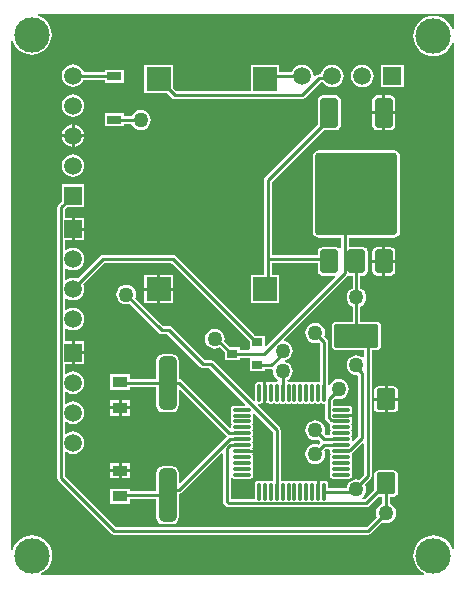
<source format=gtl>
G04*
G04 #@! TF.GenerationSoftware,Altium Limited,Altium Designer,22.7.1 (60)*
G04*
G04 Layer_Physical_Order=1*
G04 Layer_Color=255*
%FSAX44Y44*%
%MOMM*%
G71*
G04*
G04 #@! TF.SameCoordinates,B67A478A-0272-44D9-A9C4-7CC6AF38DCCD*
G04*
G04*
G04 #@! TF.FilePolarity,Positive*
G04*
G01*
G75*
%ADD13C,0.2540*%
%ADD32R,0.9000X0.7000*%
%ADD33R,1.3000X0.9000*%
G04:AMPARAMS|DCode=34|XSize=1.44mm|YSize=0.28mm|CornerRadius=0.035mm|HoleSize=0mm|Usage=FLASHONLY|Rotation=0.000|XOffset=0mm|YOffset=0mm|HoleType=Round|Shape=RoundedRectangle|*
%AMROUNDEDRECTD34*
21,1,1.4400,0.2100,0,0,0.0*
21,1,1.3700,0.2800,0,0,0.0*
1,1,0.0700,0.6850,-0.1050*
1,1,0.0700,-0.6850,-0.1050*
1,1,0.0700,-0.6850,0.1050*
1,1,0.0700,0.6850,0.1050*
%
%ADD34ROUNDEDRECTD34*%
G04:AMPARAMS|DCode=35|XSize=0.28mm|YSize=1.44mm|CornerRadius=0.035mm|HoleSize=0mm|Usage=FLASHONLY|Rotation=0.000|XOffset=0mm|YOffset=0mm|HoleType=Round|Shape=RoundedRectangle|*
%AMROUNDEDRECTD35*
21,1,0.2800,1.3700,0,0,0.0*
21,1,0.2100,1.4400,0,0,0.0*
1,1,0.0700,0.1050,-0.6850*
1,1,0.0700,-0.1050,-0.6850*
1,1,0.0700,-0.1050,0.6850*
1,1,0.0700,0.1050,0.6850*
%
%ADD35ROUNDEDRECTD35*%
G04:AMPARAMS|DCode=36|XSize=1.6mm|YSize=1.8mm|CornerRadius=0.16mm|HoleSize=0mm|Usage=FLASHONLY|Rotation=0.000|XOffset=0mm|YOffset=0mm|HoleType=Round|Shape=RoundedRectangle|*
%AMROUNDEDRECTD36*
21,1,1.6000,1.4800,0,0,0.0*
21,1,1.2800,1.8000,0,0,0.0*
1,1,0.3200,0.6400,-0.7400*
1,1,0.3200,-0.6400,-0.7400*
1,1,0.3200,-0.6400,0.7400*
1,1,0.3200,0.6400,0.7400*
%
%ADD36ROUNDEDRECTD36*%
G04:AMPARAMS|DCode=37|XSize=3.8mm|YSize=2mm|CornerRadius=0.2mm|HoleSize=0mm|Usage=FLASHONLY|Rotation=180.000|XOffset=0mm|YOffset=0mm|HoleType=Round|Shape=RoundedRectangle|*
%AMROUNDEDRECTD37*
21,1,3.8000,1.6000,0,0,180.0*
21,1,3.4000,2.0000,0,0,180.0*
1,1,0.4000,-1.7000,0.8000*
1,1,0.4000,1.7000,0.8000*
1,1,0.4000,1.7000,-0.8000*
1,1,0.4000,-1.7000,-0.8000*
%
%ADD37ROUNDEDRECTD37*%
G04:AMPARAMS|DCode=38|XSize=1.5mm|YSize=2mm|CornerRadius=0.15mm|HoleSize=0mm|Usage=FLASHONLY|Rotation=180.000|XOffset=0mm|YOffset=0mm|HoleType=Round|Shape=RoundedRectangle|*
%AMROUNDEDRECTD38*
21,1,1.5000,1.7000,0,0,180.0*
21,1,1.2000,2.0000,0,0,180.0*
1,1,0.3000,-0.6000,0.8500*
1,1,0.3000,0.6000,0.8500*
1,1,0.3000,0.6000,-0.8500*
1,1,0.3000,-0.6000,-0.8500*
%
%ADD38ROUNDEDRECTD38*%
G04:AMPARAMS|DCode=39|XSize=1.5mm|YSize=2.5mm|CornerRadius=0.15mm|HoleSize=0mm|Usage=FLASHONLY|Rotation=180.000|XOffset=0mm|YOffset=0mm|HoleType=Round|Shape=RoundedRectangle|*
%AMROUNDEDRECTD39*
21,1,1.5000,2.2000,0,0,180.0*
21,1,1.2000,2.5000,0,0,180.0*
1,1,0.3000,-0.6000,1.1000*
1,1,0.3000,0.6000,1.1000*
1,1,0.3000,0.6000,-1.1000*
1,1,0.3000,-0.6000,-1.1000*
%
%ADD39ROUNDEDRECTD39*%
G04:AMPARAMS|DCode=40|XSize=7mm|YSize=7mm|CornerRadius=0.35mm|HoleSize=0mm|Usage=FLASHONLY|Rotation=180.000|XOffset=0mm|YOffset=0mm|HoleType=Round|Shape=RoundedRectangle|*
%AMROUNDEDRECTD40*
21,1,7.0000,6.3000,0,0,180.0*
21,1,6.3000,7.0000,0,0,180.0*
1,1,0.7000,-3.1500,3.1500*
1,1,0.7000,3.1500,3.1500*
1,1,0.7000,3.1500,-3.1500*
1,1,0.7000,-3.1500,-3.1500*
%
%ADD40ROUNDEDRECTD40*%
%ADD41R,2.0000X2.0000*%
%ADD42R,1.2000X0.7000*%
G04:AMPARAMS|DCode=43|XSize=4.5mm|YSize=1.5mm|CornerRadius=0.375mm|HoleSize=0mm|Usage=FLASHONLY|Rotation=90.000|XOffset=0mm|YOffset=0mm|HoleType=Round|Shape=RoundedRectangle|*
%AMROUNDEDRECTD43*
21,1,4.5000,0.7500,0,0,90.0*
21,1,3.7500,1.5000,0,0,90.0*
1,1,0.7500,0.3750,1.8750*
1,1,0.7500,0.3750,-1.8750*
1,1,0.7500,-0.3750,-1.8750*
1,1,0.7500,-0.3750,1.8750*
%
%ADD43ROUNDEDRECTD43*%
%ADD44R,1.5000X1.5000*%
%ADD45C,1.5000*%
%ADD46R,1.5000X1.5000*%
%ADD47C,1.2700*%
%ADD48C,3.0000*%
G36*
X00677451Y01214924D02*
X00676181Y01214736D01*
X00675944Y01215518D01*
X00674365Y01218471D01*
X00672241Y01221059D01*
X00669652Y01223184D01*
X00666699Y01224762D01*
X00663495Y01225734D01*
X00660162Y01226063D01*
X00656829Y01225734D01*
X00653625Y01224762D01*
X00650672Y01223184D01*
X00648083Y01221059D01*
X00645959Y01218471D01*
X00644380Y01215518D01*
X00643408Y01212313D01*
X00643080Y01208980D01*
X00643408Y01205648D01*
X00644380Y01202443D01*
X00645959Y01199490D01*
X00648083Y01196901D01*
X00650672Y01194777D01*
X00653625Y01193199D01*
X00656829Y01192226D01*
X00660162Y01191898D01*
X00663495Y01192226D01*
X00666699Y01193199D01*
X00669652Y01194777D01*
X00672241Y01196901D01*
X00674365Y01199490D01*
X00675944Y01202443D01*
X00676181Y01203225D01*
X00677451Y01203037D01*
Y00774924D01*
X00676181Y00774736D01*
X00675944Y00775518D01*
X00674365Y00778471D01*
X00672241Y00781059D01*
X00669652Y00783184D01*
X00666699Y00784762D01*
X00663495Y00785734D01*
X00660162Y00786063D01*
X00656829Y00785734D01*
X00653625Y00784762D01*
X00650672Y00783184D01*
X00648083Y00781059D01*
X00645959Y00778471D01*
X00644380Y00775518D01*
X00643408Y00772313D01*
X00643080Y00768980D01*
X00643408Y00765648D01*
X00644380Y00762443D01*
X00645959Y00759490D01*
X00648083Y00756902D01*
X00650672Y00754777D01*
X00652465Y00753819D01*
X00652146Y00752549D01*
X00328178D01*
X00327859Y00753819D01*
X00329652Y00754777D01*
X00332241Y00756902D01*
X00334365Y00759490D01*
X00335944Y00762443D01*
X00336916Y00765648D01*
X00337244Y00768980D01*
X00336916Y00772313D01*
X00335944Y00775518D01*
X00334365Y00778471D01*
X00332241Y00781059D01*
X00329652Y00783184D01*
X00326699Y00784762D01*
X00323495Y00785734D01*
X00320162Y00786063D01*
X00316829Y00785734D01*
X00313625Y00784762D01*
X00310672Y00783184D01*
X00308083Y00781059D01*
X00305959Y00778471D01*
X00304380Y00775518D01*
X00303819Y00773668D01*
X00302549Y00773856D01*
Y01204591D01*
X00303819Y01204779D01*
X00304218Y01203463D01*
X00305797Y01200510D01*
X00307921Y01197921D01*
X00310510Y01195797D01*
X00313463Y01194218D01*
X00316667Y01193246D01*
X00320000Y01192918D01*
X00323333Y01193246D01*
X00326537Y01194218D01*
X00329490Y01195797D01*
X00332079Y01197921D01*
X00334203Y01200510D01*
X00335782Y01203463D01*
X00336754Y01206667D01*
X00337082Y01210000D01*
X00336754Y01213333D01*
X00335782Y01216537D01*
X00334203Y01219490D01*
X00332079Y01222079D01*
X00329490Y01224203D01*
X00326537Y01225782D01*
X00325221Y01226181D01*
X00325409Y01227451D01*
X00677451D01*
Y01214924D01*
D02*
G37*
%LPC*%
G36*
X00574600Y01184582D02*
X00572120Y01184256D01*
X00569809Y01183298D01*
X00567825Y01181776D01*
X00566302Y01179791D01*
X00565345Y01177480D01*
X00565206Y01176429D01*
X00563290D01*
X00562014Y01176176D01*
X00560933Y01175453D01*
X00559919Y01174439D01*
X00559142Y01174822D01*
X00558770Y01175087D01*
X00558455Y01177480D01*
X00557498Y01179791D01*
X00555975Y01181776D01*
X00553991Y01183298D01*
X00551680Y01184256D01*
X00549200Y01184582D01*
X00546720Y01184256D01*
X00544409Y01183298D01*
X00542425Y01181776D01*
X00540902Y01179791D01*
X00540298Y01178334D01*
X00529545D01*
Y01184470D01*
X00505545D01*
Y01161994D01*
X00442566D01*
X00439375Y01165185D01*
Y01184470D01*
X00415375D01*
Y01160470D01*
X00434660D01*
X00438827Y01156302D01*
X00439909Y01155580D01*
X00441185Y01155326D01*
X00548855D01*
X00550131Y01155580D01*
X00551212Y01156302D01*
X00564671Y01169761D01*
X00566646D01*
X00567825Y01168225D01*
X00569809Y01166702D01*
X00572120Y01165745D01*
X00574600Y01165418D01*
X00577080Y01165745D01*
X00579391Y01166702D01*
X00581375Y01168225D01*
X00582898Y01170209D01*
X00583855Y01172520D01*
X00584182Y01175000D01*
X00583855Y01177480D01*
X00582898Y01179791D01*
X00581375Y01181776D01*
X00579391Y01183298D01*
X00577080Y01184256D01*
X00574600Y01184582D01*
D02*
G37*
G36*
X00355000Y01184982D02*
X00352520Y01184656D01*
X00350209Y01183698D01*
X00348225Y01182176D01*
X00346702Y01180191D01*
X00345745Y01177880D01*
X00345418Y01175400D01*
X00345745Y01172920D01*
X00346702Y01170609D01*
X00348225Y01168625D01*
X00350209Y01167102D01*
X00352520Y01166145D01*
X00355000Y01165818D01*
X00357480Y01166145D01*
X00359791Y01167102D01*
X00361776Y01168625D01*
X00363298Y01170609D01*
X00363819Y01171866D01*
X00382000D01*
Y01169500D01*
X00398000D01*
Y01180500D01*
X00382000D01*
Y01178534D01*
X00363984D01*
X00363298Y01180191D01*
X00361776Y01182176D01*
X00359791Y01183698D01*
X00357480Y01184656D01*
X00355000Y01184982D01*
D02*
G37*
G36*
X00634900Y01184500D02*
X00615900D01*
Y01165500D01*
X00634900D01*
Y01184500D01*
D02*
G37*
G36*
X00600000Y01184582D02*
X00597520Y01184256D01*
X00595209Y01183298D01*
X00593224Y01181776D01*
X00591702Y01179791D01*
X00590745Y01177480D01*
X00590418Y01175000D01*
X00590745Y01172520D01*
X00591702Y01170209D01*
X00593224Y01168225D01*
X00595209Y01166702D01*
X00597520Y01165745D01*
X00600000Y01165418D01*
X00602480Y01165745D01*
X00604791Y01166702D01*
X00606775Y01168225D01*
X00608298Y01170209D01*
X00609255Y01172520D01*
X00609582Y01175000D01*
X00609255Y01177480D01*
X00608298Y01179791D01*
X00606775Y01181776D01*
X00604791Y01183298D01*
X00602480Y01184256D01*
X00600000Y01184582D01*
D02*
G37*
G36*
X00624000Y01158569D02*
X00619270D01*
Y01145270D01*
X00627569D01*
Y01155000D01*
X00627297Y01156366D01*
X00626523Y01157523D01*
X00625366Y01158297D01*
X00624000Y01158569D01*
D02*
G37*
G36*
X00616730D02*
X00612000D01*
X00610634Y01158297D01*
X00609477Y01157523D01*
X00608703Y01156366D01*
X00608431Y01155000D01*
Y01145270D01*
X00616730D01*
Y01158569D01*
D02*
G37*
G36*
X00412250Y01146172D02*
X00410070Y01145885D01*
X00408039Y01145044D01*
X00406295Y01143705D01*
X00404956Y01141961D01*
X00404697Y01141334D01*
X00398000D01*
Y01143500D01*
X00382000D01*
Y01132500D01*
X00398000D01*
Y01134666D01*
X00404490D01*
X00404956Y01133539D01*
X00406295Y01131795D01*
X00408039Y01130456D01*
X00410070Y01129615D01*
X00412250Y01129328D01*
X00414430Y01129615D01*
X00416461Y01130456D01*
X00418205Y01131795D01*
X00419544Y01133539D01*
X00420385Y01135570D01*
X00420672Y01137750D01*
X00420385Y01139930D01*
X00419544Y01141961D01*
X00418205Y01143705D01*
X00416461Y01145044D01*
X00414430Y01145885D01*
X00412250Y01146172D01*
D02*
G37*
G36*
X00355000Y01159582D02*
X00352520Y01159256D01*
X00350209Y01158298D01*
X00348225Y01156776D01*
X00346702Y01154791D01*
X00345745Y01152480D01*
X00345418Y01150000D01*
X00345745Y01147520D01*
X00346702Y01145209D01*
X00348225Y01143225D01*
X00350209Y01141702D01*
X00352520Y01140745D01*
X00355000Y01140418D01*
X00357480Y01140745D01*
X00359791Y01141702D01*
X00361776Y01143225D01*
X00363298Y01145209D01*
X00364255Y01147520D01*
X00364582Y01150000D01*
X00364255Y01152480D01*
X00363298Y01154791D01*
X00361776Y01156776D01*
X00359791Y01158298D01*
X00357480Y01159256D01*
X00355000Y01159582D01*
D02*
G37*
G36*
X00627569Y01142730D02*
X00619270D01*
Y01129431D01*
X00624000D01*
X00625366Y01129703D01*
X00626523Y01130477D01*
X00627297Y01131634D01*
X00627569Y01133000D01*
Y01142730D01*
D02*
G37*
G36*
X00616730D02*
X00608431D01*
Y01133000D01*
X00608703Y01131634D01*
X00609477Y01130477D01*
X00610634Y01129703D01*
X00612000Y01129431D01*
X00616730D01*
Y01142730D01*
D02*
G37*
G36*
X00356270Y01134015D02*
Y01125870D01*
X00364415D01*
X00364255Y01127080D01*
X00363298Y01129391D01*
X00361776Y01131376D01*
X00359791Y01132898D01*
X00357480Y01133856D01*
X00356270Y01134015D01*
D02*
G37*
G36*
X00353730Y01134015D02*
X00352520Y01133856D01*
X00350209Y01132898D01*
X00348225Y01131376D01*
X00346702Y01129391D01*
X00345745Y01127080D01*
X00345585Y01125870D01*
X00353730D01*
Y01134015D01*
D02*
G37*
G36*
X00364415Y01123330D02*
X00356270D01*
Y01115185D01*
X00357480Y01115345D01*
X00359791Y01116302D01*
X00361776Y01117825D01*
X00363298Y01119809D01*
X00364255Y01122120D01*
X00364415Y01123330D01*
D02*
G37*
G36*
X00353730D02*
X00345585D01*
X00345745Y01122120D01*
X00346702Y01119809D01*
X00348225Y01117825D01*
X00350209Y01116302D01*
X00352520Y01115345D01*
X00353730Y01115185D01*
Y01123330D01*
D02*
G37*
G36*
X00355000Y01108782D02*
X00352520Y01108456D01*
X00350209Y01107498D01*
X00348225Y01105975D01*
X00346702Y01103991D01*
X00345745Y01101680D01*
X00345418Y01099200D01*
X00345745Y01096720D01*
X00346702Y01094409D01*
X00348225Y01092425D01*
X00350209Y01090902D01*
X00352520Y01089945D01*
X00355000Y01089618D01*
X00357480Y01089945D01*
X00359791Y01090902D01*
X00361776Y01092425D01*
X00363298Y01094409D01*
X00364255Y01096720D01*
X00364582Y01099200D01*
X00364255Y01101680D01*
X00363298Y01103991D01*
X00361776Y01105975D01*
X00359791Y01107498D01*
X00357480Y01108456D01*
X00355000Y01108782D01*
D02*
G37*
G36*
X00364500Y01054900D02*
X00356270D01*
Y01046670D01*
X00364500D01*
Y01054900D01*
D02*
G37*
G36*
Y01044130D02*
X00356270D01*
Y01035900D01*
X00364500D01*
Y01044130D01*
D02*
G37*
G36*
X00624000Y01030069D02*
X00619270D01*
Y01019270D01*
X00627569D01*
Y01026500D01*
X00627297Y01027866D01*
X00626523Y01029023D01*
X00625366Y01029797D01*
X00624000Y01030069D01*
D02*
G37*
G36*
X00616730D02*
X00612000D01*
X00610634Y01029797D01*
X00609477Y01029023D01*
X00608703Y01027866D01*
X00608431Y01026500D01*
Y01019270D01*
X00616730D01*
Y01030069D01*
D02*
G37*
G36*
X00627569Y01016730D02*
X00619270D01*
Y01005931D01*
X00624000D01*
X00625366Y01006203D01*
X00626523Y01006977D01*
X00627297Y01008134D01*
X00627569Y01009500D01*
Y01016730D01*
D02*
G37*
G36*
X00616730D02*
X00608431D01*
Y01009500D01*
X00608703Y01008134D01*
X00609477Y01006977D01*
X00610634Y01006203D01*
X00612000Y01005931D01*
X00616730D01*
Y01016730D01*
D02*
G37*
G36*
X00578000Y01158569D02*
X00566000D01*
X00564634Y01158297D01*
X00563477Y01157523D01*
X00562703Y01156366D01*
X00562431Y01155000D01*
Y01134146D01*
X00517643Y01089358D01*
X00516920Y01088276D01*
X00516666Y01087000D01*
Y01020000D01*
Y01006670D01*
X00505545D01*
Y00982670D01*
X00529545D01*
Y01006670D01*
X00523334D01*
Y01016666D01*
X00562431D01*
Y01009500D01*
X00562703Y01008134D01*
X00563477Y01006977D01*
X00564634Y01006203D01*
X00566000Y01005931D01*
X00576516D01*
X00577042Y01004661D01*
X00518673Y00946292D01*
X00517500Y00946778D01*
Y00955000D01*
X00509215D01*
X00441857Y01022357D01*
X00440776Y01023080D01*
X00439500Y01023334D01*
X00380400D01*
X00379124Y01023080D01*
X00378042Y01022357D01*
X00358937Y01003252D01*
X00357480Y01003855D01*
X00355000Y01004182D01*
X00352520Y01003855D01*
X00350209Y01002898D01*
X00349453Y01002318D01*
X00348314Y01002880D01*
Y01011720D01*
X00349453Y01012282D01*
X00350209Y01011702D01*
X00352520Y01010744D01*
X00355000Y01010418D01*
X00357480Y01010744D01*
X00359791Y01011702D01*
X00361776Y01013224D01*
X00363298Y01015209D01*
X00364255Y01017520D01*
X00364582Y01020000D01*
X00364255Y01022480D01*
X00363298Y01024791D01*
X00361776Y01026775D01*
X00359791Y01028298D01*
X00357480Y01029255D01*
X00355000Y01029582D01*
X00352520Y01029255D01*
X00350209Y01028298D01*
X00349453Y01027718D01*
X00348314Y01028280D01*
Y01035900D01*
X00353730D01*
Y01045400D01*
Y01054900D01*
X00348314D01*
Y01062399D01*
X00350215Y01064300D01*
X00364500D01*
Y01083300D01*
X00345500D01*
Y01069015D01*
X00342622Y01066137D01*
X00341900Y01065056D01*
X00341646Y01063780D01*
Y00835020D01*
X00341900Y00833744D01*
X00342622Y00832663D01*
X00387643Y00787643D01*
X00388724Y00786920D01*
X00390000Y00786666D01*
X00605000D01*
X00606276Y00786920D01*
X00607357Y00787643D01*
X00616943Y00797228D01*
X00617820Y00796865D01*
X00620000Y00796578D01*
X00622180Y00796865D01*
X00624211Y00797706D01*
X00625955Y00799045D01*
X00627294Y00800789D01*
X00628135Y00802820D01*
X00628422Y00805000D01*
X00628135Y00807180D01*
X00627294Y00809211D01*
X00625955Y00810955D01*
X00624211Y00812294D01*
X00623334Y00812657D01*
Y00818930D01*
X00626400D01*
X00627805Y00819209D01*
X00628995Y00820005D01*
X00629791Y00821195D01*
X00630070Y00822600D01*
Y00837400D01*
X00629791Y00838805D01*
X00628995Y00839995D01*
X00627805Y00840791D01*
X00626400Y00841070D01*
X00613600D01*
X00612195Y00840791D01*
X00611005Y00839995D01*
X00610209Y00838805D01*
X00609930Y00837400D01*
Y00824644D01*
X00602037Y00816752D01*
X00600053D01*
X00599622Y00818022D01*
X00600955Y00819045D01*
X00602294Y00820789D01*
X00603135Y00822820D01*
X00603422Y00825000D01*
X00603135Y00827180D01*
X00602313Y00829165D01*
X00606753Y00833605D01*
X00607475Y00834687D01*
X00607729Y00835963D01*
Y00942922D01*
X00612000D01*
X00613561Y00943232D01*
X00614884Y00944116D01*
X00615768Y00945439D01*
X00616078Y00947000D01*
Y00963000D01*
X00615768Y00964561D01*
X00614884Y00965884D01*
X00613561Y00966768D01*
X00612000Y00967078D01*
X00598334D01*
Y00979843D01*
X00599211Y00980206D01*
X00600955Y00981545D01*
X00602294Y00983289D01*
X00603135Y00985320D01*
X00603422Y00987500D01*
X00603135Y00989680D01*
X00602294Y00991711D01*
X00600955Y00993455D01*
X00599211Y00994794D01*
X00598334Y00995157D01*
Y01005931D01*
X00601000D01*
X00602366Y01006203D01*
X00603523Y01006977D01*
X00604297Y01008134D01*
X00604569Y01009500D01*
Y01026500D01*
X00604297Y01027866D01*
X00603523Y01029023D01*
X00602366Y01029797D01*
X00601000Y01030069D01*
X00589000D01*
X00588334Y01030615D01*
Y01037892D01*
X00626500D01*
X00628646Y01038319D01*
X00630465Y01039535D01*
X00631681Y01041354D01*
X00632108Y01043500D01*
Y01106500D01*
X00631681Y01108646D01*
X00630465Y01110465D01*
X00628646Y01111681D01*
X00626500Y01112108D01*
X00563500D01*
X00561354Y01111681D01*
X00559535Y01110465D01*
X00558319Y01108646D01*
X00557892Y01106500D01*
Y01043500D01*
X00558319Y01041354D01*
X00559535Y01039535D01*
X00561354Y01038319D01*
X00563500Y01037892D01*
X00581666D01*
Y01029599D01*
X00580983Y01029255D01*
X00580396Y01029109D01*
X00579366Y01029797D01*
X00578000Y01030069D01*
X00566000D01*
X00564634Y01029797D01*
X00563477Y01029023D01*
X00562703Y01027866D01*
X00562431Y01026500D01*
Y01023334D01*
X00523334D01*
Y01085619D01*
X00567146Y01129431D01*
X00578000D01*
X00579366Y01129703D01*
X00580523Y01130477D01*
X00581297Y01131634D01*
X00581569Y01133000D01*
Y01155000D01*
X00581297Y01156366D01*
X00580523Y01157523D01*
X00579366Y01158297D01*
X00578000Y01158569D01*
D02*
G37*
G36*
X00626400Y00912320D02*
X00621270D01*
Y00902520D01*
X00630070D01*
Y00908650D01*
X00629791Y00910055D01*
X00628995Y00911245D01*
X00627805Y00912041D01*
X00626400Y00912320D01*
D02*
G37*
G36*
X00618730D02*
X00613600D01*
X00612195Y00912041D01*
X00611005Y00911245D01*
X00610209Y00910055D01*
X00609930Y00908650D01*
Y00902520D01*
X00618730D01*
Y00912320D01*
D02*
G37*
G36*
X00630070Y00899980D02*
X00621270D01*
Y00890180D01*
X00626400D01*
X00627805Y00890459D01*
X00628995Y00891255D01*
X00629791Y00892445D01*
X00630070Y00893850D01*
Y00899980D01*
D02*
G37*
G36*
X00618730D02*
X00609930D01*
Y00893850D01*
X00610209Y00892445D01*
X00611005Y00891255D01*
X00612195Y00890459D01*
X00613600Y00890180D01*
X00618730D01*
Y00899980D01*
D02*
G37*
%LPD*%
G36*
X00504500Y00950285D02*
Y00944000D01*
X00503506Y00943334D01*
X00496500D01*
Y00945500D01*
X00488215D01*
X00483165Y00950550D01*
X00483422Y00952500D01*
X00483135Y00954680D01*
X00482294Y00956711D01*
X00480955Y00958455D01*
X00479211Y00959794D01*
X00477180Y00960635D01*
X00475000Y00960922D01*
X00472820Y00960635D01*
X00470789Y00959794D01*
X00469045Y00958455D01*
X00467706Y00956711D01*
X00466865Y00954680D01*
X00466578Y00952500D01*
X00466865Y00950320D01*
X00467706Y00948289D01*
X00469045Y00946545D01*
X00470789Y00945206D01*
X00472820Y00944365D01*
X00475000Y00944078D01*
X00477180Y00944365D01*
X00479117Y00945167D01*
X00483500Y00940785D01*
Y00934500D01*
X00496500D01*
Y00936666D01*
X00503506D01*
X00504500Y00936000D01*
Y00925000D01*
X00517500D01*
Y00926916D01*
X00522999D01*
X00523076Y00926931D01*
X00524216Y00925863D01*
X00524100Y00924978D01*
X00524387Y00922798D01*
X00525228Y00920767D01*
X00526567Y00919023D01*
X00528311Y00917684D01*
X00528465Y00917621D01*
X00528496Y00917366D01*
X00527373Y00916096D01*
X00526450D01*
X00525533Y00915914D01*
X00525000Y00915557D01*
X00524467Y00915914D01*
X00523550Y00916096D01*
X00521450D01*
X00520533Y00915914D01*
X00520000Y00915557D01*
X00519467Y00915914D01*
X00518770Y00916052D01*
Y00906850D01*
Y00897648D01*
X00519467Y00897786D01*
X00520000Y00898143D01*
X00520533Y00897786D01*
X00521450Y00897604D01*
X00523550D01*
X00524467Y00897786D01*
X00525000Y00898142D01*
X00525533Y00897786D01*
X00526450Y00897604D01*
X00528550D01*
X00529467Y00897786D01*
X00530000Y00898142D01*
X00530533Y00897786D01*
X00531450Y00897604D01*
X00533550D01*
X00534467Y00897786D01*
X00535000Y00898143D01*
X00535533Y00897786D01*
X00536450Y00897604D01*
X00538550D01*
X00539467Y00897786D01*
X00540000Y00898142D01*
X00540533Y00897786D01*
X00541450Y00897604D01*
X00543550D01*
X00544467Y00897786D01*
X00545000Y00898143D01*
X00545533Y00897786D01*
X00546450Y00897604D01*
X00548550D01*
X00549467Y00897786D01*
X00550000Y00898142D01*
X00550533Y00897786D01*
X00551450Y00897604D01*
X00553550D01*
X00554467Y00897786D01*
X00555000Y00898142D01*
X00555533Y00897786D01*
X00556450Y00897604D01*
X00558550D01*
X00559467Y00897786D01*
X00560000Y00898143D01*
X00560533Y00897786D01*
X00561450Y00897604D01*
X00563550D01*
X00564467Y00897786D01*
X00565000Y00898142D01*
X00565533Y00897786D01*
X00566450Y00897604D01*
X00568086D01*
Y00885971D01*
X00568340Y00884695D01*
X00569062Y00883614D01*
X00571454Y00881223D01*
X00572535Y00880500D01*
X00572737Y00879218D01*
X00572604Y00878550D01*
Y00876450D01*
X00572786Y00875533D01*
X00573143Y00875000D01*
X00572786Y00874467D01*
X00572604Y00873550D01*
Y00871450D01*
X00572098Y00870834D01*
X00568881D01*
X00567772Y00871943D01*
X00568135Y00872820D01*
X00568422Y00875000D01*
X00568135Y00877180D01*
X00567294Y00879211D01*
X00565955Y00880955D01*
X00564211Y00882294D01*
X00562180Y00883135D01*
X00560000Y00883422D01*
X00557820Y00883135D01*
X00555789Y00882294D01*
X00554045Y00880955D01*
X00552706Y00879211D01*
X00551865Y00877180D01*
X00551578Y00875000D01*
X00551865Y00872820D01*
X00552706Y00870789D01*
X00554045Y00869045D01*
X00555789Y00867706D01*
X00557820Y00866865D01*
X00560000Y00866578D01*
X00562180Y00866865D01*
X00563057Y00867228D01*
X00564411Y00865874D01*
X00564446Y00865825D01*
Y00864175D01*
X00564411Y00864126D01*
X00563057Y00862772D01*
X00562180Y00863135D01*
X00560000Y00863422D01*
X00557820Y00863135D01*
X00555789Y00862294D01*
X00554045Y00860955D01*
X00552706Y00859211D01*
X00551865Y00857180D01*
X00551578Y00855000D01*
X00551865Y00852820D01*
X00552706Y00850789D01*
X00554045Y00849045D01*
X00555789Y00847706D01*
X00557820Y00846865D01*
X00560000Y00846578D01*
X00562180Y00846865D01*
X00564211Y00847706D01*
X00565955Y00849045D01*
X00567294Y00850789D01*
X00568135Y00852820D01*
X00568422Y00855000D01*
X00568135Y00857180D01*
X00567772Y00858057D01*
X00568881Y00859166D01*
X00572098D01*
X00572604Y00858550D01*
Y00856450D01*
X00572786Y00855533D01*
X00573143Y00855000D01*
X00572786Y00854467D01*
X00572604Y00853550D01*
Y00851450D01*
X00572786Y00850533D01*
X00573143Y00850000D01*
X00572786Y00849467D01*
X00572604Y00848550D01*
Y00846450D01*
X00572786Y00845533D01*
X00573143Y00845000D01*
X00572786Y00844467D01*
X00572604Y00843550D01*
Y00841450D01*
X00572786Y00840533D01*
X00573143Y00840000D01*
X00572786Y00839467D01*
X00572604Y00838550D01*
Y00836450D01*
X00572786Y00835533D01*
X00573306Y00834756D01*
X00574083Y00834236D01*
X00575000Y00834054D01*
X00588700D01*
X00589617Y00834236D01*
X00590394Y00834756D01*
X00590914Y00835533D01*
X00591096Y00836450D01*
Y00838550D01*
X00590914Y00839467D01*
X00590558Y00840000D01*
X00590914Y00840533D01*
X00591096Y00841450D01*
Y00843550D01*
X00590914Y00844467D01*
X00590558Y00845000D01*
X00590914Y00845533D01*
X00591096Y00846450D01*
Y00848550D01*
X00590914Y00849467D01*
X00590558Y00850000D01*
X00590914Y00850533D01*
X00591096Y00851450D01*
Y00853550D01*
X00590963Y00854218D01*
X00591165Y00855500D01*
X00592246Y00856223D01*
X00599888Y00863864D01*
X00601061Y00863378D01*
Y00837344D01*
X00596890Y00833173D01*
X00595000Y00833422D01*
X00592820Y00833135D01*
X00590789Y00832294D01*
X00589045Y00830955D01*
X00587706Y00829211D01*
X00586865Y00827180D01*
X00586773Y00826484D01*
X00570946D01*
Y00830000D01*
X00570764Y00830917D01*
X00570244Y00831694D01*
X00569467Y00832214D01*
X00568550Y00832396D01*
X00566450D01*
X00565533Y00832214D01*
X00565000Y00831858D01*
X00564467Y00832214D01*
X00563770Y00832352D01*
Y00823150D01*
X00561230D01*
Y00832352D01*
X00560533Y00832214D01*
X00560000Y00831857D01*
X00559467Y00832214D01*
X00558550Y00832396D01*
X00556450D01*
X00555533Y00832214D01*
X00555000Y00831858D01*
X00554467Y00832214D01*
X00553550Y00832396D01*
X00551450D01*
X00550533Y00832214D01*
X00550000Y00831858D01*
X00549467Y00832214D01*
X00548550Y00832396D01*
X00546450D01*
X00545533Y00832214D01*
X00545000Y00831857D01*
X00544467Y00832214D01*
X00543550Y00832396D01*
X00541450D01*
X00540533Y00832214D01*
X00540000Y00831858D01*
X00539467Y00832214D01*
X00538550Y00832396D01*
X00536450D01*
X00535533Y00832214D01*
X00535000Y00831857D01*
X00534467Y00832214D01*
X00533550Y00832396D01*
X00531450D01*
X00530834Y00832902D01*
Y00875109D01*
X00530580Y00876385D01*
X00529857Y00877466D01*
X00510907Y00896417D01*
X00511382Y00897455D01*
X00511516Y00897604D01*
X00513550D01*
X00514467Y00897786D01*
X00515000Y00898142D01*
X00515533Y00897786D01*
X00516230Y00897648D01*
Y00906850D01*
Y00916052D01*
X00515533Y00915914D01*
X00515000Y00915557D01*
X00514467Y00915914D01*
X00513550Y00916096D01*
X00511450D01*
X00510533Y00915914D01*
X00509756Y00915394D01*
X00509236Y00914617D01*
X00509054Y00913700D01*
Y00900066D01*
X00508905Y00899932D01*
X00507867Y00899457D01*
X00473836Y00933487D01*
X00472755Y00934210D01*
X00471479Y00934464D01*
X00466618D01*
X00438725Y00962357D01*
X00437643Y00963080D01*
X00436367Y00963334D01*
X00431381D01*
X00407772Y00986943D01*
X00408135Y00987820D01*
X00408422Y00990000D01*
X00408135Y00992180D01*
X00407294Y00994211D01*
X00405955Y00995955D01*
X00404211Y00997294D01*
X00402180Y00998135D01*
X00400000Y00998422D01*
X00397820Y00998135D01*
X00395789Y00997294D01*
X00394045Y00995955D01*
X00392706Y00994211D01*
X00391865Y00992180D01*
X00391578Y00990000D01*
X00391865Y00987820D01*
X00392706Y00985789D01*
X00394045Y00984045D01*
X00395789Y00982706D01*
X00397820Y00981865D01*
X00400000Y00981578D01*
X00402180Y00981865D01*
X00403057Y00982228D01*
X00427642Y00957643D01*
X00428724Y00956920D01*
X00430000Y00956666D01*
X00434986D01*
X00462880Y00928773D01*
X00463961Y00928050D01*
X00465237Y00927796D01*
X00470098D01*
X00500774Y00897119D01*
X00500288Y00895946D01*
X00491300D01*
X00490383Y00895764D01*
X00489606Y00895244D01*
X00489086Y00894467D01*
X00488904Y00893550D01*
Y00891450D01*
X00489086Y00890533D01*
X00489442Y00890000D01*
X00489086Y00889467D01*
X00488904Y00888550D01*
Y00886450D01*
X00489086Y00885533D01*
X00489443Y00885000D01*
X00489086Y00884467D01*
X00488904Y00883550D01*
Y00881450D01*
X00489086Y00880533D01*
X00489442Y00880000D01*
X00489086Y00879467D01*
X00488904Y00878550D01*
Y00877607D01*
X00487634Y00877081D01*
X00447357Y00917357D01*
X00446276Y00918080D01*
X00445000Y00918334D01*
X00444613D01*
Y00933750D01*
X00444166Y00935993D01*
X00442896Y00937896D01*
X00440993Y00939166D01*
X00438750Y00939613D01*
X00431250D01*
X00429007Y00939166D01*
X00427104Y00937896D01*
X00425834Y00935993D01*
X00425387Y00933750D01*
Y00918334D01*
X00403500D01*
Y00922500D01*
X00386500D01*
Y00909500D01*
X00403500D01*
Y00911666D01*
X00425387D01*
Y00896250D01*
X00425834Y00894007D01*
X00427104Y00892104D01*
X00429007Y00890834D01*
X00431250Y00890387D01*
X00438750D01*
X00440993Y00890834D01*
X00442896Y00892104D01*
X00444166Y00894007D01*
X00444613Y00896250D01*
Y00909013D01*
X00445786Y00909499D01*
X00484411Y00870874D01*
X00484942Y00870136D01*
X00484423Y00869139D01*
X00445786Y00830501D01*
X00444613Y00830987D01*
Y00838750D01*
X00444166Y00840993D01*
X00442896Y00842896D01*
X00440993Y00844166D01*
X00438750Y00844613D01*
X00431250D01*
X00429007Y00844166D01*
X00427104Y00842896D01*
X00425834Y00840993D01*
X00425387Y00838750D01*
Y00823334D01*
X00403500D01*
Y00825500D01*
X00386500D01*
Y00812500D01*
X00403500D01*
Y00816666D01*
X00425387D01*
Y00801250D01*
X00425834Y00799007D01*
X00427104Y00797104D01*
X00429007Y00795834D01*
X00431250Y00795387D01*
X00438750D01*
X00440993Y00795834D01*
X00442896Y00797104D01*
X00444166Y00799007D01*
X00444613Y00801250D01*
Y00821488D01*
X00444822D01*
X00446098Y00821742D01*
X00447180Y00822465D01*
X00480493Y00855778D01*
X00481666Y00855292D01*
Y00814905D01*
X00481920Y00813630D01*
X00482643Y00812548D01*
X00484130Y00811060D01*
X00485212Y00810337D01*
X00486488Y00810083D01*
X00603418D01*
X00604693Y00810337D01*
X00605775Y00811060D01*
X00613644Y00818930D01*
X00616666D01*
Y00812657D01*
X00615789Y00812294D01*
X00614045Y00810955D01*
X00612706Y00809211D01*
X00611865Y00807180D01*
X00611578Y00805000D01*
X00611865Y00802820D01*
X00612228Y00801943D01*
X00603619Y00793334D01*
X00391381D01*
X00348314Y00836401D01*
Y00856320D01*
X00349453Y00856882D01*
X00350209Y00856302D01*
X00352520Y00855344D01*
X00355000Y00855018D01*
X00357480Y00855344D01*
X00359791Y00856302D01*
X00361776Y00857824D01*
X00363298Y00859809D01*
X00364255Y00862120D01*
X00364582Y00864600D01*
X00364255Y00867080D01*
X00363298Y00869391D01*
X00361776Y00871375D01*
X00359791Y00872898D01*
X00357480Y00873856D01*
X00355000Y00874182D01*
X00352520Y00873856D01*
X00350209Y00872898D01*
X00349453Y00872318D01*
X00348314Y00872880D01*
Y00881720D01*
X00349453Y00882282D01*
X00350209Y00881702D01*
X00352520Y00880744D01*
X00355000Y00880418D01*
X00357480Y00880744D01*
X00359791Y00881702D01*
X00361776Y00883224D01*
X00363298Y00885209D01*
X00364255Y00887520D01*
X00364582Y00890000D01*
X00364255Y00892480D01*
X00363298Y00894791D01*
X00361776Y00896775D01*
X00359791Y00898298D01*
X00357480Y00899256D01*
X00355000Y00899582D01*
X00352520Y00899256D01*
X00350209Y00898298D01*
X00349453Y00897718D01*
X00348314Y00898280D01*
Y00907120D01*
X00349453Y00907682D01*
X00350209Y00907102D01*
X00352520Y00906144D01*
X00355000Y00905818D01*
X00357480Y00906144D01*
X00359791Y00907102D01*
X00361776Y00908624D01*
X00363298Y00910609D01*
X00364255Y00912920D01*
X00364582Y00915400D01*
X00364255Y00917880D01*
X00363298Y00920191D01*
X00361776Y00922175D01*
X00359791Y00923698D01*
X00357480Y00924656D01*
X00355000Y00924982D01*
X00352520Y00924656D01*
X00350209Y00923698D01*
X00349453Y00923118D01*
X00348314Y00923680D01*
Y00931300D01*
X00353730D01*
Y00940800D01*
Y00950300D01*
X00348314D01*
Y00960920D01*
X00349453Y00961482D01*
X00350209Y00960902D01*
X00352520Y00959945D01*
X00355000Y00959618D01*
X00357480Y00959945D01*
X00359791Y00960902D01*
X00361776Y00962424D01*
X00363298Y00964409D01*
X00364255Y00966720D01*
X00364582Y00969200D01*
X00364255Y00971680D01*
X00363298Y00973991D01*
X00361776Y00975975D01*
X00359791Y00977498D01*
X00357480Y00978455D01*
X00355000Y00978782D01*
X00352520Y00978455D01*
X00350209Y00977498D01*
X00349453Y00976918D01*
X00348314Y00977480D01*
Y00986320D01*
X00349453Y00986882D01*
X00350209Y00986302D01*
X00352520Y00985344D01*
X00355000Y00985018D01*
X00357480Y00985344D01*
X00359791Y00986302D01*
X00361776Y00987824D01*
X00363298Y00989809D01*
X00364255Y00992120D01*
X00364582Y00994600D01*
X00364255Y00997080D01*
X00363652Y00998537D01*
X00381781Y01016666D01*
X00438119D01*
X00504500Y00950285D01*
D02*
G37*
G36*
X00589000Y01005931D02*
X00591666D01*
Y00995157D01*
X00590789Y00994794D01*
X00589045Y00993455D01*
X00587706Y00991711D01*
X00586865Y00989680D01*
X00586578Y00987500D01*
X00586865Y00985320D01*
X00587706Y00983289D01*
X00589045Y00981545D01*
X00590789Y00980206D01*
X00591666Y00979843D01*
Y00967078D01*
X00578000D01*
X00576439Y00966768D01*
X00575116Y00965884D01*
X00574232Y00964561D01*
X00573922Y00963000D01*
Y00947000D01*
X00574232Y00945439D01*
X00575116Y00944116D01*
X00576439Y00943232D01*
X00578000Y00942922D01*
X00601061D01*
Y00937475D01*
X00599791Y00936849D01*
X00599211Y00937294D01*
X00597180Y00938135D01*
X00595000Y00938422D01*
X00592820Y00938135D01*
X00590789Y00937294D01*
X00589045Y00935955D01*
X00587706Y00934211D01*
X00586865Y00932180D01*
X00586578Y00930000D01*
X00586865Y00927820D01*
X00587706Y00925789D01*
X00589045Y00924045D01*
X00590789Y00922706D01*
X00592820Y00921865D01*
X00595000Y00921578D01*
X00595711Y00921672D01*
X00596666Y00920834D01*
Y00870072D01*
X00592229Y00865635D01*
X00591058Y00866261D01*
X00591096Y00866450D01*
Y00868550D01*
X00590914Y00869467D01*
X00590558Y00870000D01*
X00590914Y00870533D01*
X00591096Y00871450D01*
Y00873550D01*
X00590914Y00874467D01*
X00590558Y00875000D01*
X00590914Y00875533D01*
X00591096Y00876450D01*
Y00878550D01*
X00590914Y00879467D01*
X00590558Y00880000D01*
X00590914Y00880533D01*
X00591096Y00881450D01*
Y00883550D01*
X00590914Y00884467D01*
X00590558Y00885000D01*
X00590914Y00885533D01*
X00591052Y00886230D01*
X00581850D01*
Y00888770D01*
X00591052D01*
X00590914Y00889467D01*
X00590558Y00890000D01*
X00590914Y00890533D01*
X00591096Y00891450D01*
Y00893550D01*
X00590914Y00894467D01*
X00590394Y00895244D01*
X00589617Y00895764D01*
X00588700Y00895946D01*
X00575000D01*
X00574754Y00896148D01*
Y00900039D01*
X00576943Y00902228D01*
X00577820Y00901865D01*
X00580000Y00901578D01*
X00582180Y00901865D01*
X00584211Y00902706D01*
X00585955Y00904045D01*
X00587294Y00905789D01*
X00588135Y00907820D01*
X00588422Y00910000D01*
X00588135Y00912180D01*
X00587294Y00914211D01*
X00585955Y00915955D01*
X00584211Y00917294D01*
X00582180Y00918135D01*
X00580000Y00918422D01*
X00577820Y00918135D01*
X00575789Y00917294D01*
X00574045Y00915955D01*
X00572706Y00914211D01*
X00572216Y00913027D01*
X00570946Y00913280D01*
Y00913700D01*
X00570834Y00914263D01*
Y00950000D01*
X00570580Y00951276D01*
X00569857Y00952357D01*
X00567772Y00954443D01*
X00568135Y00955320D01*
X00568422Y00957500D01*
X00568135Y00959680D01*
X00567294Y00961711D01*
X00565955Y00963455D01*
X00564211Y00964794D01*
X00562180Y00965635D01*
X00560000Y00965922D01*
X00557820Y00965635D01*
X00555789Y00964794D01*
X00554045Y00963455D01*
X00552706Y00961711D01*
X00551865Y00959680D01*
X00551578Y00957500D01*
X00551865Y00955320D01*
X00552706Y00953289D01*
X00554045Y00951545D01*
X00555789Y00950206D01*
X00557820Y00949365D01*
X00560000Y00949078D01*
X00562180Y00949365D01*
X00563057Y00949728D01*
X00564166Y00948619D01*
Y00916601D01*
X00563550Y00916096D01*
X00561450D01*
X00560533Y00915914D01*
X00560000Y00915557D01*
X00559467Y00915914D01*
X00558550Y00916096D01*
X00556450D01*
X00555533Y00915914D01*
X00555000Y00915557D01*
X00554467Y00915914D01*
X00553550Y00916096D01*
X00551450D01*
X00550533Y00915914D01*
X00550000Y00915557D01*
X00549467Y00915914D01*
X00548550Y00916096D01*
X00546450D01*
X00545533Y00915914D01*
X00545000Y00915557D01*
X00544467Y00915914D01*
X00543550Y00916096D01*
X00541450D01*
X00540533Y00915914D01*
X00540000Y00915557D01*
X00539467Y00915914D01*
X00538550Y00916096D01*
X00537644D01*
X00536516Y00917366D01*
X00536545Y00917606D01*
X00536733Y00917684D01*
X00538477Y00919023D01*
X00539816Y00920767D01*
X00540657Y00922798D01*
X00540944Y00924978D01*
X00540657Y00927158D01*
X00539816Y00929189D01*
X00538477Y00930933D01*
X00536733Y00932272D01*
X00534702Y00933113D01*
X00534680Y00934365D01*
X00536711Y00935206D01*
X00538455Y00936545D01*
X00539794Y00938289D01*
X00540635Y00940320D01*
X00540922Y00942500D01*
X00540635Y00944680D01*
X00539794Y00946711D01*
X00538455Y00948455D01*
X00536711Y00949794D01*
X00534680Y00950635D01*
X00534129Y00950707D01*
X00533721Y00951910D01*
X00587337Y01005526D01*
X00587771Y01006176D01*
X00589000Y01005931D01*
D02*
G37*
G36*
X00524166Y00873728D02*
Y00832902D01*
X00523550Y00832396D01*
X00521450D01*
X00520533Y00832214D01*
X00520000Y00831857D01*
X00519467Y00832214D01*
X00518550Y00832396D01*
X00516450D01*
X00515533Y00832214D01*
X00515000Y00831858D01*
X00514467Y00832214D01*
X00513550Y00832396D01*
X00511450D01*
X00510533Y00832214D01*
X00509756Y00831694D01*
X00509236Y00830917D01*
X00509054Y00830000D01*
Y00816752D01*
X00488334D01*
Y00834373D01*
X00489604Y00834758D01*
X00489606Y00834756D01*
X00490383Y00834236D01*
X00491300Y00834054D01*
X00505000D01*
X00505917Y00834236D01*
X00506694Y00834756D01*
X00507214Y00835533D01*
X00507396Y00836450D01*
Y00838550D01*
X00507214Y00839467D01*
X00506857Y00840000D01*
X00507214Y00840533D01*
X00507396Y00841450D01*
Y00843550D01*
X00507214Y00844467D01*
X00506857Y00845000D01*
X00507214Y00845533D01*
X00507396Y00846450D01*
Y00848550D01*
X00507214Y00849467D01*
X00506857Y00850000D01*
X00507214Y00850533D01*
X00507396Y00851450D01*
Y00853550D01*
X00507214Y00854467D01*
X00506857Y00855000D01*
X00507214Y00855533D01*
X00507352Y00856230D01*
X00498150D01*
Y00858770D01*
X00507352D01*
X00507214Y00859467D01*
X00506857Y00860000D01*
X00507214Y00860533D01*
X00507396Y00861450D01*
Y00863550D01*
X00507214Y00864467D01*
X00506857Y00865000D01*
X00507214Y00865533D01*
X00507396Y00866450D01*
Y00868550D01*
X00507214Y00869467D01*
X00506857Y00870000D01*
X00507214Y00870533D01*
X00507396Y00871450D01*
Y00873550D01*
X00507214Y00874467D01*
X00506857Y00875000D01*
X00507214Y00875533D01*
X00507396Y00876450D01*
Y00878550D01*
X00507214Y00879467D01*
X00506857Y00880000D01*
X00507214Y00880533D01*
X00507396Y00881450D01*
Y00883550D01*
X00507214Y00884467D01*
X00506857Y00885000D01*
X00507214Y00885533D01*
X00507396Y00886450D01*
Y00888550D01*
X00507358Y00888739D01*
X00508529Y00889365D01*
X00524166Y00873728D01*
D02*
G37*
%LPC*%
G36*
X00439375Y01006670D02*
X00428645D01*
Y00995940D01*
X00439375D01*
Y01006670D01*
D02*
G37*
G36*
X00426105D02*
X00415375D01*
Y00995940D01*
X00426105D01*
Y01006670D01*
D02*
G37*
G36*
X00439375Y00993400D02*
X00428645D01*
Y00982670D01*
X00439375D01*
Y00993400D01*
D02*
G37*
G36*
X00426105D02*
X00415375D01*
Y00982670D01*
X00426105D01*
Y00993400D01*
D02*
G37*
G36*
X00364500Y00950300D02*
X00356270D01*
Y00942070D01*
X00364500D01*
Y00950300D01*
D02*
G37*
G36*
Y00939530D02*
X00356270D01*
Y00931300D01*
X00364500D01*
Y00939530D01*
D02*
G37*
G36*
X00403500Y00900500D02*
X00396270D01*
Y00895270D01*
X00403500D01*
Y00900500D01*
D02*
G37*
G36*
X00393730D02*
X00386500D01*
Y00895270D01*
X00393730D01*
Y00900500D01*
D02*
G37*
G36*
X00403500Y00892730D02*
X00396270D01*
Y00887500D01*
X00403500D01*
Y00892730D01*
D02*
G37*
G36*
X00393730D02*
X00386500D01*
Y00887500D01*
X00393730D01*
Y00892730D01*
D02*
G37*
G36*
X00403500Y00847500D02*
X00396270D01*
Y00842270D01*
X00403500D01*
Y00847500D01*
D02*
G37*
G36*
X00393730D02*
X00386500D01*
Y00842270D01*
X00393730D01*
Y00847500D01*
D02*
G37*
G36*
X00403500Y00839730D02*
X00396270D01*
Y00834500D01*
X00403500D01*
Y00839730D01*
D02*
G37*
G36*
X00393730D02*
X00386500D01*
Y00834500D01*
X00393730D01*
Y00839730D01*
D02*
G37*
%LPD*%
D13*
X00475000Y00952500D02*
X00476500D01*
X00489000Y00940000D01*
X00517096D01*
X00522999Y00930250D02*
X00532500Y00939751D01*
X00511250Y00930250D02*
X00522999D01*
X00532500Y00939751D02*
Y00942500D01*
X00532511Y00906861D02*
Y00924967D01*
X00532522Y00924978D01*
X00532500Y00906850D02*
X00532511Y00906861D01*
X00511000Y00930500D02*
X00511250Y00930250D01*
X00567500Y00906850D02*
Y00950000D01*
X00560000Y00957500D02*
X00567500Y00950000D01*
X00595000Y00987500D02*
Y01018000D01*
Y00955721D02*
Y00987500D01*
X00412000Y01138000D02*
X00412500Y01137500D01*
X00390000Y01138000D02*
X00412000D01*
X00595000Y00928432D02*
Y00930000D01*
Y00928432D02*
X00600000Y00923432D01*
Y00868691D02*
Y00923432D01*
X00589889Y00858580D02*
X00600000Y00868691D01*
X00581850Y00857500D02*
X00587650D01*
X00588730Y00858580D01*
X00571420Y00901420D02*
X00580000Y00910000D01*
X00571420Y00885971D02*
Y00901420D01*
X00435000Y00820000D02*
X00439822Y00824822D01*
X00444822D01*
X00487500Y00867500D01*
X00400000Y00915000D02*
X00445000D01*
X00487370Y00872630D01*
X00498020D01*
X00487500Y00867500D02*
X00498150D01*
X00485000Y00814905D02*
Y00859640D01*
X00487730Y00862370D02*
X00498020D01*
X00485000Y00859640D02*
X00487730Y00862370D01*
X00595000Y00826568D02*
X00604395Y00835963D01*
X00595000Y00955721D02*
X00604395Y00946326D01*
Y00835963D02*
Y00946326D01*
X00593150Y00823150D02*
X00595000Y00825000D01*
Y00826568D01*
X00588730Y00858580D02*
X00589889D01*
X00344980Y00835020D02*
X00390000Y00790000D01*
X00605000D01*
X00344980Y00835020D02*
Y01063780D01*
X00605000Y00790000D02*
X00620000Y00805000D01*
X00344980Y01063780D02*
X00355000Y01073800D01*
X00400000Y00990000D02*
X00430000Y00960000D01*
X00380400Y01020000D02*
X00439500D01*
X00510000Y00949500D01*
X00355000Y00994600D02*
X00380400Y01020000D01*
X00430000Y00960000D02*
X00436367D01*
X00465237Y00931130D01*
X00471479D01*
X00527500Y00875109D01*
Y00823150D02*
Y00875109D01*
X00485000Y00814905D02*
X00486488Y00813418D01*
X00603418D01*
X00620000Y00830000D01*
X00571420Y00885971D02*
X00573811Y00883580D01*
X00576050Y00882500D02*
X00581850D01*
X00574970Y00883580D02*
X00576050Y00882500D01*
X00573811Y00883580D02*
X00574970D01*
X00517096Y00940000D02*
X00584980Y01007884D01*
Y01028165D01*
X00585000Y01028185D01*
Y01065000D02*
X00595000Y01075000D01*
X00585000Y01028185D02*
Y01065000D01*
X00510000Y00949500D02*
X00511000D01*
X00355000Y00969200D02*
X00356017Y00968183D01*
X00567500Y00862500D02*
X00581850D01*
X00560000Y00855000D02*
X00567500Y00862500D01*
X00560000Y00875000D02*
X00567500Y00867500D01*
X00581850D01*
X00567500Y00823150D02*
X00593150D01*
X00498020Y00862370D02*
X00498150Y00862500D01*
X00620000Y00805000D02*
Y00830000D01*
X00400000Y00820000D02*
X00435000D01*
X00498020Y00872630D02*
X00498150Y00872500D01*
X00517545Y00994670D02*
X00520000Y00997125D01*
Y01020000D01*
Y01087000D01*
X00572000Y01139000D01*
X00520000Y01020000D02*
X00570000D01*
X00572000Y01018000D01*
Y01139000D02*
Y01144000D01*
X00427375Y01172470D02*
X00441185Y01158660D01*
X00548855D01*
X00563290Y01173095D01*
X00572695D01*
X00574600Y01175000D01*
X00520075D02*
X00549200D01*
X00517545Y01172470D02*
X00520075Y01175000D01*
X00355200Y01175200D02*
X00389800D01*
X00390000Y01175000D01*
X00355000Y01175400D02*
X00355200Y01175200D01*
D32*
X00511000Y00930500D02*
D03*
Y00949500D02*
D03*
X00490000Y00940000D02*
D03*
D33*
X00395000Y00819000D02*
D03*
Y00841000D02*
D03*
Y00916000D02*
D03*
Y00894000D02*
D03*
D34*
X00581850Y00892500D02*
D03*
Y00887500D02*
D03*
Y00882500D02*
D03*
Y00877500D02*
D03*
Y00872500D02*
D03*
Y00867500D02*
D03*
Y00862500D02*
D03*
Y00857500D02*
D03*
Y00852500D02*
D03*
Y00847500D02*
D03*
Y00842500D02*
D03*
Y00837500D02*
D03*
X00498150D02*
D03*
Y00842500D02*
D03*
Y00847500D02*
D03*
Y00852500D02*
D03*
Y00857500D02*
D03*
Y00862500D02*
D03*
Y00867500D02*
D03*
Y00872500D02*
D03*
Y00877500D02*
D03*
Y00882500D02*
D03*
Y00887500D02*
D03*
Y00892500D02*
D03*
D35*
X00512500Y00906850D02*
D03*
X00517500D02*
D03*
X00522500D02*
D03*
X00527500D02*
D03*
X00532500D02*
D03*
X00537500D02*
D03*
X00542500D02*
D03*
X00547500D02*
D03*
X00552500D02*
D03*
X00557500D02*
D03*
X00562500D02*
D03*
X00567500D02*
D03*
Y00823150D02*
D03*
X00562500D02*
D03*
X00557500D02*
D03*
X00552500D02*
D03*
X00547500D02*
D03*
X00542500D02*
D03*
X00537500D02*
D03*
X00532500D02*
D03*
X00527500D02*
D03*
X00522500D02*
D03*
X00517500D02*
D03*
X00512500D02*
D03*
D36*
X00620000Y00830000D02*
D03*
Y00901250D02*
D03*
D37*
X00595000Y00955000D02*
D03*
D38*
X00572000Y01018000D02*
D03*
X00595000D02*
D03*
X00618000D02*
D03*
D39*
Y01144000D02*
D03*
X00572000D02*
D03*
D40*
X00595000Y01075000D02*
D03*
D41*
X00517545Y01172470D02*
D03*
Y00994670D02*
D03*
X00427375Y01172470D02*
D03*
Y00994670D02*
D03*
D42*
X00390000Y01175000D02*
D03*
Y01138000D02*
D03*
D43*
X00435000Y00915000D02*
D03*
Y00820000D02*
D03*
D44*
X00355000Y01045400D02*
D03*
Y00940800D02*
D03*
Y01073800D02*
D03*
D45*
Y01020000D02*
D03*
Y00994600D02*
D03*
Y00969200D02*
D03*
Y00915400D02*
D03*
Y00890000D02*
D03*
Y00864600D02*
D03*
X00600000Y01175000D02*
D03*
X00574600D02*
D03*
X00549200D02*
D03*
X00355000Y01099200D02*
D03*
Y01124600D02*
D03*
Y01150000D02*
D03*
Y01175400D02*
D03*
D46*
X00625400Y01175000D02*
D03*
D47*
X00475000Y00952500D02*
D03*
X00630000Y00940000D02*
D03*
X00532500Y00942500D02*
D03*
X00532522Y00924978D02*
D03*
X00560000Y00957500D02*
D03*
X00517500Y00842500D02*
D03*
X00395000Y01067500D02*
D03*
X00367500Y00830000D02*
D03*
X00575000Y00977500D02*
D03*
X00412250Y01137750D02*
D03*
X00595000Y00930000D02*
D03*
Y00987500D02*
D03*
X00580000Y00910000D02*
D03*
X00400000Y00990000D02*
D03*
X00595000Y00825000D02*
D03*
X00560000Y00855000D02*
D03*
Y00875000D02*
D03*
X00620000Y00805000D02*
D03*
D48*
X00660162Y01208980D02*
D03*
Y00768980D02*
D03*
X00320162D02*
D03*
X00320000Y01210000D02*
D03*
M02*

</source>
